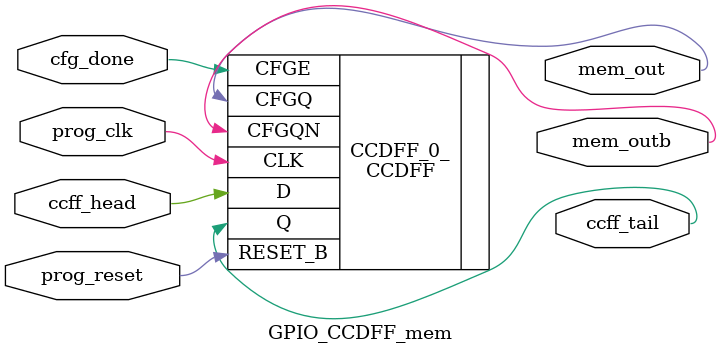
<source format=v>
`timescale 1ns / 1ps


// ----- Verilog module for mux2_size8_mem -----
module mux2_size8_mem(cfg_done,
                      prog_reset,
                      prog_clk,
                      ccff_head,
                      ccff_tail,
                      mem_out,
                      mem_outb);
//----- GLOBAL PORTS -----
input [0:0] cfg_done;
//----- GLOBAL PORTS -----
input [0:0] prog_reset;
//----- GLOBAL PORTS -----
input [0:0] prog_clk;
//----- INPUT PORTS -----
input [0:0] ccff_head;
//----- OUTPUT PORTS -----
output [0:0] ccff_tail;
//----- OUTPUT PORTS -----
output [0:3] mem_out;
//----- OUTPUT PORTS -----
output [0:3] mem_outb;

//----- BEGIN Registered ports -----
//----- END Registered ports -----



// ----- BEGIN Local short connections -----
// ----- END Local short connections -----
// ----- BEGIN Local output short connections -----
// ----- END Local output short connections -----

	CCDFF CCDFF_0_ (
		.CFGE(cfg_done),
		.RESET_B(prog_reset),
		.CLK(prog_clk),
		.D(ccff_head),
		.Q(CCDFF_0_Q),
		.CFGQN(mem_outb[0]),
		.CFGQ(mem_out[0]));

	CCDFF CCDFF_1_ (
		.CFGE(cfg_done),
		.RESET_B(prog_reset),
		.CLK(prog_clk),
		.D(CCDFF_0_Q),
		.Q(CCDFF_1_Q),
		.CFGQN(mem_outb[1]),
		.CFGQ(mem_out[1]));

	CCDFF CCDFF_2_ (
		.CFGE(cfg_done),
		.RESET_B(prog_reset),
		.CLK(prog_clk),
		.D(CCDFF_1_Q),
		.Q(CCDFF_2_Q),
		.CFGQN(mem_outb[2]),
		.CFGQ(mem_out[2]));

	CCDFF CCDFF_3_ (
		.CFGE(cfg_done),
		.RESET_B(prog_reset),
		.CLK(prog_clk),
		.D(CCDFF_2_Q),
		.Q(ccff_tail),
		.CFGQN(mem_outb[3]),
		.CFGQ(mem_out[3]));

endmodule
// ----- END Verilog module for mux2_size8_mem -----

//----- Default net type -----
// `default_nettype none




//----- Default net type -----
// `default_nettype wire

// ----- Verilog module for mux2_size2_mem -----
module mux2_size2_mem(cfg_done,
                      prog_reset,
                      prog_clk,
                      ccff_head,
                      ccff_tail,
                      mem_out,
                      mem_outb);
//----- GLOBAL PORTS -----
input [0:0] cfg_done;
//----- GLOBAL PORTS -----
input [0:0] prog_reset;
//----- GLOBAL PORTS -----
input [0:0] prog_clk;
//----- INPUT PORTS -----
input [0:0] ccff_head;
//----- OUTPUT PORTS -----
output [0:0] ccff_tail;
//----- OUTPUT PORTS -----
output [0:1] mem_out;
//----- OUTPUT PORTS -----
output [0:1] mem_outb;

//----- BEGIN Registered ports -----
//----- END Registered ports -----



// ----- BEGIN Local short connections -----
// ----- END Local short connections -----
// ----- BEGIN Local output short connections -----
// ----- END Local output short connections -----

	CCDFF CCDFF_0_ (
		.CFGE(cfg_done),
		.RESET_B(prog_reset),
		.CLK(prog_clk),
		.D(ccff_head),
		.Q(CCDFF_0_Q),
		.CFGQN(mem_outb[0]),
		.CFGQ(mem_out[0]));

	CCDFF CCDFF_1_ (
		.CFGE(cfg_done),
		.RESET_B(prog_reset),
		.CLK(prog_clk),
		.D(CCDFF_0_Q),
		.Q(ccff_tail),
		.CFGQN(mem_outb[1]),
		.CFGQ(mem_out[1]));

endmodule
// ----- END Verilog module for mux2_size2_mem -----

//----- Default net type -----
// `default_nettype none




//----- Default net type -----
// `default_nettype wire

// ----- Verilog module for mux2_size9_mem -----
module mux2_size9_mem(cfg_done,
                      prog_reset,
                      prog_clk,
                      ccff_head,
                      ccff_tail,
                      mem_out,
                      mem_outb);
//----- GLOBAL PORTS -----
input [0:0] cfg_done;
//----- GLOBAL PORTS -----
input [0:0] prog_reset;
//----- GLOBAL PORTS -----
input [0:0] prog_clk;
//----- INPUT PORTS -----
input [0:0] ccff_head;
//----- OUTPUT PORTS -----
output [0:0] ccff_tail;
//----- OUTPUT PORTS -----
output [0:3] mem_out;
//----- OUTPUT PORTS -----
output [0:3] mem_outb;

//----- BEGIN Registered ports -----
//----- END Registered ports -----



// ----- BEGIN Local short connections -----
// ----- END Local short connections -----
// ----- BEGIN Local output short connections -----
// ----- END Local output short connections -----

	CCDFF CCDFF_0_ (
		.CFGE(cfg_done),
		.RESET_B(prog_reset),
		.CLK(prog_clk),
		.D(ccff_head),
		.Q(CCDFF_0_Q),
		.CFGQN(mem_outb[0]),
		.CFGQ(mem_out[0]));

	CCDFF CCDFF_1_ (
		.CFGE(cfg_done),
		.RESET_B(prog_reset),
		.CLK(prog_clk),
		.D(CCDFF_0_Q),
		.Q(CCDFF_1_Q),
		.CFGQN(mem_outb[1]),
		.CFGQ(mem_out[1]));

	CCDFF CCDFF_2_ (
		.CFGE(cfg_done),
		.RESET_B(prog_reset),
		.CLK(prog_clk),
		.D(CCDFF_1_Q),
		.Q(CCDFF_2_Q),
		.CFGQN(mem_outb[2]),
		.CFGQ(mem_out[2]));

	CCDFF CCDFF_3_ (
		.CFGE(cfg_done),
		.RESET_B(prog_reset),
		.CLK(prog_clk),
		.D(CCDFF_2_Q),
		.Q(ccff_tail),
		.CFGQN(mem_outb[3]),
		.CFGQ(mem_out[3]));

endmodule
// ----- END Verilog module for mux2_size9_mem -----

//----- Default net type -----
// `default_nettype none




//----- Default net type -----
// `default_nettype wire

// ----- Verilog module for mux2_size12_mem -----
module mux2_size12_mem(cfg_done,
                       prog_reset,
                       prog_clk,
                       ccff_head,
                       ccff_tail,
                       mem_out,
                       mem_outb);
//----- GLOBAL PORTS -----
input [0:0] cfg_done;
//----- GLOBAL PORTS -----
input [0:0] prog_reset;
//----- GLOBAL PORTS -----
input [0:0] prog_clk;
//----- INPUT PORTS -----
input [0:0] ccff_head;
//----- OUTPUT PORTS -----
output [0:0] ccff_tail;
//----- OUTPUT PORTS -----
output [0:3] mem_out;
//----- OUTPUT PORTS -----
output [0:3] mem_outb;

//----- BEGIN Registered ports -----
//----- END Registered ports -----



// ----- BEGIN Local short connections -----
// ----- END Local short connections -----
// ----- BEGIN Local output short connections -----
// ----- END Local output short connections -----

	CCDFF CCDFF_0_ (
		.CFGE(cfg_done),
		.RESET_B(prog_reset),
		.CLK(prog_clk),
		.D(ccff_head),
		.Q(CCDFF_0_Q),
		.CFGQN(mem_outb[0]),
		.CFGQ(mem_out[0]));

	CCDFF CCDFF_1_ (
		.CFGE(cfg_done),
		.RESET_B(prog_reset),
		.CLK(prog_clk),
		.D(CCDFF_0_Q),
		.Q(CCDFF_1_Q),
		.CFGQN(mem_outb[1]),
		.CFGQ(mem_out[1]));

	CCDFF CCDFF_2_ (
		.CFGE(cfg_done),
		.RESET_B(prog_reset),
		.CLK(prog_clk),
		.D(CCDFF_1_Q),
		.Q(CCDFF_2_Q),
		.CFGQN(mem_outb[2]),
		.CFGQ(mem_out[2]));

	CCDFF CCDFF_3_ (
		.CFGE(cfg_done),
		.RESET_B(prog_reset),
		.CLK(prog_clk),
		.D(CCDFF_2_Q),
		.Q(ccff_tail),
		.CFGQN(mem_outb[3]),
		.CFGQ(mem_out[3]));

endmodule
// ----- END Verilog module for mux2_size12_mem -----

//----- Default net type -----
// `default_nettype none




//----- Default net type -----
// `default_nettype wire

// ----- Verilog module for mux2_size3_mem -----
module mux2_size3_mem(cfg_done,
                      prog_reset,
                      prog_clk,
                      ccff_head,
                      ccff_tail,
                      mem_out,
                      mem_outb);
//----- GLOBAL PORTS -----
input [0:0] cfg_done;
//----- GLOBAL PORTS -----
input [0:0] prog_reset;
//----- GLOBAL PORTS -----
input [0:0] prog_clk;
//----- INPUT PORTS -----
input [0:0] ccff_head;
//----- OUTPUT PORTS -----
output [0:0] ccff_tail;
//----- OUTPUT PORTS -----
output [0:1] mem_out;
//----- OUTPUT PORTS -----
output [0:1] mem_outb;

//----- BEGIN Registered ports -----
//----- END Registered ports -----



// ----- BEGIN Local short connections -----
// ----- END Local short connections -----
// ----- BEGIN Local output short connections -----
// ----- END Local output short connections -----

	CCDFF CCDFF_0_ (
		.CFGE(cfg_done),
		.RESET_B(prog_reset),
		.CLK(prog_clk),
		.D(ccff_head),
		.Q(CCDFF_0_Q),
		.CFGQN(mem_outb[0]),
		.CFGQ(mem_out[0]));

	CCDFF CCDFF_1_ (
		.CFGE(cfg_done),
		.RESET_B(prog_reset),
		.CLK(prog_clk),
		.D(CCDFF_0_Q),
		.Q(ccff_tail),
		.CFGQN(mem_outb[1]),
		.CFGQ(mem_out[1]));

endmodule
// ----- END Verilog module for mux2_size3_mem -----

//----- Default net type -----
// `default_nettype none




//----- Default net type -----
// `default_nettype wire

// ----- Verilog module for mux2_size4_mem -----
module mux2_size4_mem(cfg_done,
                      prog_reset,
                      prog_clk,
                      ccff_head,
                      ccff_tail,
                      mem_out,
                      mem_outb);
//----- GLOBAL PORTS -----
input [0:0] cfg_done;
//----- GLOBAL PORTS -----
input [0:0] prog_reset;
//----- GLOBAL PORTS -----
input [0:0] prog_clk;
//----- INPUT PORTS -----
input [0:0] ccff_head;
//----- OUTPUT PORTS -----
output [0:0] ccff_tail;
//----- OUTPUT PORTS -----
output [0:2] mem_out;
//----- OUTPUT PORTS -----
output [0:2] mem_outb;

//----- BEGIN Registered ports -----
//----- END Registered ports -----



// ----- BEGIN Local short connections -----
// ----- END Local short connections -----
// ----- BEGIN Local output short connections -----
// ----- END Local output short connections -----

	CCDFF CCDFF_0_ (
		.CFGE(cfg_done),
		.RESET_B(prog_reset),
		.CLK(prog_clk),
		.D(ccff_head),
		.Q(CCDFF_0_Q),
		.CFGQN(mem_outb[0]),
		.CFGQ(mem_out[0]));

	CCDFF CCDFF_1_ (
		.CFGE(cfg_done),
		.RESET_B(prog_reset),
		.CLK(prog_clk),
		.D(CCDFF_0_Q),
		.Q(CCDFF_1_Q),
		.CFGQN(mem_outb[1]),
		.CFGQ(mem_out[1]));

	CCDFF CCDFF_2_ (
		.CFGE(cfg_done),
		.RESET_B(prog_reset),
		.CLK(prog_clk),
		.D(CCDFF_1_Q),
		.Q(ccff_tail),
		.CFGQN(mem_outb[2]),
		.CFGQ(mem_out[2]));

endmodule
// ----- END Verilog module for mux2_size4_mem -----

//----- Default net type -----
// `default_nettype none




//----- Default net type -----
// `default_nettype wire

// ----- Verilog module for mux2_size10_mem -----
module mux2_size10_mem(cfg_done,
                       prog_reset,
                       prog_clk,
                       ccff_head,
                       ccff_tail,
                       mem_out,
                       mem_outb);
//----- GLOBAL PORTS -----
input [0:0] cfg_done;
//----- GLOBAL PORTS -----
input [0:0] prog_reset;
//----- GLOBAL PORTS -----
input [0:0] prog_clk;
//----- INPUT PORTS -----
input [0:0] ccff_head;
//----- OUTPUT PORTS -----
output [0:0] ccff_tail;
//----- OUTPUT PORTS -----
output [0:3] mem_out;
//----- OUTPUT PORTS -----
output [0:3] mem_outb;

//----- BEGIN Registered ports -----
//----- END Registered ports -----



// ----- BEGIN Local short connections -----
// ----- END Local short connections -----
// ----- BEGIN Local output short connections -----
// ----- END Local output short connections -----

	CCDFF CCDFF_0_ (
		.CFGE(cfg_done),
		.RESET_B(prog_reset),
		.CLK(prog_clk),
		.D(ccff_head),
		.Q(CCDFF_0_Q),
		.CFGQN(mem_outb[0]),
		.CFGQ(mem_out[0]));

	CCDFF CCDFF_1_ (
		.CFGE(cfg_done),
		.RESET_B(prog_reset),
		.CLK(prog_clk),
		.D(CCDFF_0_Q),
		.Q(CCDFF_1_Q),
		.CFGQN(mem_outb[1]),
		.CFGQ(mem_out[1]));

	CCDFF CCDFF_2_ (
		.CFGE(cfg_done),
		.RESET_B(prog_reset),
		.CLK(prog_clk),
		.D(CCDFF_1_Q),
		.Q(CCDFF_2_Q),
		.CFGQN(mem_outb[2]),
		.CFGQ(mem_out[2]));

	CCDFF CCDFF_3_ (
		.CFGE(cfg_done),
		.RESET_B(prog_reset),
		.CLK(prog_clk),
		.D(CCDFF_2_Q),
		.Q(ccff_tail),
		.CFGQN(mem_outb[3]),
		.CFGQ(mem_out[3]));

endmodule
// ----- END Verilog module for mux2_size10_mem -----

//----- Default net type -----
// `default_nettype none




//----- Default net type -----
// `default_nettype wire

// ----- Verilog module for mux2_size5_mem -----
module mux2_size5_mem(cfg_done,
                      prog_reset,
                      prog_clk,
                      ccff_head,
                      ccff_tail,
                      mem_out,
                      mem_outb);
//----- GLOBAL PORTS -----
input [0:0] cfg_done;
//----- GLOBAL PORTS -----
input [0:0] prog_reset;
//----- GLOBAL PORTS -----
input [0:0] prog_clk;
//----- INPUT PORTS -----
input [0:0] ccff_head;
//----- OUTPUT PORTS -----
output [0:0] ccff_tail;
//----- OUTPUT PORTS -----
output [0:2] mem_out;
//----- OUTPUT PORTS -----
output [0:2] mem_outb;

//----- BEGIN Registered ports -----
//----- END Registered ports -----



// ----- BEGIN Local short connections -----
// ----- END Local short connections -----
// ----- BEGIN Local output short connections -----
// ----- END Local output short connections -----

	CCDFF CCDFF_0_ (
		.CFGE(cfg_done),
		.RESET_B(prog_reset),
		.CLK(prog_clk),
		.D(ccff_head),
		.Q(CCDFF_0_Q),
		.CFGQN(mem_outb[0]),
		.CFGQ(mem_out[0]));

	CCDFF CCDFF_1_ (
		.CFGE(cfg_done),
		.RESET_B(prog_reset),
		.CLK(prog_clk),
		.D(CCDFF_0_Q),
		.Q(CCDFF_1_Q),
		.CFGQN(mem_outb[1]),
		.CFGQ(mem_out[1]));

	CCDFF CCDFF_2_ (
		.CFGE(cfg_done),
		.RESET_B(prog_reset),
		.CLK(prog_clk),
		.D(CCDFF_1_Q),
		.Q(ccff_tail),
		.CFGQN(mem_outb[2]),
		.CFGQ(mem_out[2]));

endmodule
// ----- END Verilog module for mux2_size5_mem -----

//----- Default net type -----
// `default_nettype none




//----- Default net type -----
// `default_nettype wire

// ----- Verilog module for mux2_size50_mem -----
module mux2_size50_mem(cfg_done,
                       prog_reset,
                       prog_clk,
                       ccff_head,
                       ccff_tail,
                       mem_out,
                       mem_outb);
//----- GLOBAL PORTS -----
input [0:0] cfg_done;
//----- GLOBAL PORTS -----
input [0:0] prog_reset;
//----- GLOBAL PORTS -----
input [0:0] prog_clk;
//----- INPUT PORTS -----
input [0:0] ccff_head;
//----- OUTPUT PORTS -----
output [0:0] ccff_tail;
//----- OUTPUT PORTS -----
output [0:5] mem_out;
//----- OUTPUT PORTS -----
output [0:5] mem_outb;

//----- BEGIN Registered ports -----
//----- END Registered ports -----



// ----- BEGIN Local short connections -----
// ----- END Local short connections -----
// ----- BEGIN Local output short connections -----
// ----- END Local output short connections -----

	CCDFF CCDFF_0_ (
		.CFGE(cfg_done),
		.RESET_B(prog_reset),
		.CLK(prog_clk),
		.D(ccff_head),
		.Q(CCDFF_0_Q),
		.CFGQN(mem_outb[0]),
		.CFGQ(mem_out[0]));

	CCDFF CCDFF_1_ (
		.CFGE(cfg_done),
		.RESET_B(prog_reset),
		.CLK(prog_clk),
		.D(CCDFF_0_Q),
		.Q(CCDFF_1_Q),
		.CFGQN(mem_outb[1]),
		.CFGQ(mem_out[1]));

	CCDFF CCDFF_2_ (
		.CFGE(cfg_done),
		.RESET_B(prog_reset),
		.CLK(prog_clk),
		.D(CCDFF_1_Q),
		.Q(CCDFF_2_Q),
		.CFGQN(mem_outb[2]),
		.CFGQ(mem_out[2]));

	CCDFF CCDFF_3_ (
		.CFGE(cfg_done),
		.RESET_B(prog_reset),
		.CLK(prog_clk),
		.D(CCDFF_2_Q),
		.Q(CCDFF_3_Q),
		.CFGQN(mem_outb[3]),
		.CFGQ(mem_out[3]));

	CCDFF CCDFF_4_ (
		.CFGE(cfg_done),
		.RESET_B(prog_reset),
		.CLK(prog_clk),
		.D(CCDFF_3_Q),
		.Q(CCDFF_4_Q),
		.CFGQN(mem_outb[4]),
		.CFGQ(mem_out[4]));

	CCDFF CCDFF_5_ (
		.CFGE(cfg_done),
		.RESET_B(prog_reset),
		.CLK(prog_clk),
		.D(CCDFF_4_Q),
		.Q(ccff_tail),
		.CFGQN(mem_outb[5]),
		.CFGQ(mem_out[5]));

endmodule
// ----- END Verilog module for mux2_size50_mem -----

//----- Default net type -----
// `default_nettype none




//----- Default net type -----
// `default_nettype wire

// ----- Verilog module for lut6_CCDFF_mem -----
module lut6_CCDFF_mem(cfg_done,
                      prog_reset,
                      prog_clk,
                      ccff_head,
                      ccff_tail,
                      mem_out,
                      mem_outb);
//----- GLOBAL PORTS -----
input [0:0] cfg_done;
//----- GLOBAL PORTS -----
input [0:0] prog_reset;
//----- GLOBAL PORTS -----
input [0:0] prog_clk;
//----- INPUT PORTS -----
input [0:0] ccff_head;
//----- OUTPUT PORTS -----
output [0:0] ccff_tail;
//----- OUTPUT PORTS -----
output [0:63] mem_out;
//----- OUTPUT PORTS -----
output [0:63] mem_outb;

//----- BEGIN Registered ports -----
//----- END Registered ports -----



// ----- BEGIN Local short connections -----
// ----- END Local short connections -----
// ----- BEGIN Local output short connections -----
// ----- END Local output short connections -----

	CCDFF CCDFF_0_ (
		.CFGE(cfg_done),
		.RESET_B(prog_reset),
		.CLK(prog_clk),
		.D(ccff_head),
		.Q(CCDFF_0_Q),
		.CFGQN(mem_outb[0]),
		.CFGQ(mem_out[0]));

	CCDFF CCDFF_1_ (
		.CFGE(cfg_done),
		.RESET_B(prog_reset),
		.CLK(prog_clk),
		.D(CCDFF_0_Q),
		.Q(CCDFF_1_Q),
		.CFGQN(mem_outb[1]),
		.CFGQ(mem_out[1]));

	CCDFF CCDFF_2_ (
		.CFGE(cfg_done),
		.RESET_B(prog_reset),
		.CLK(prog_clk),
		.D(CCDFF_1_Q),
		.Q(CCDFF_2_Q),
		.CFGQN(mem_outb[2]),
		.CFGQ(mem_out[2]));

	CCDFF CCDFF_3_ (
		.CFGE(cfg_done),
		.RESET_B(prog_reset),
		.CLK(prog_clk),
		.D(CCDFF_2_Q),
		.Q(CCDFF_3_Q),
		.CFGQN(mem_outb[3]),
		.CFGQ(mem_out[3]));

	CCDFF CCDFF_4_ (
		.CFGE(cfg_done),
		.RESET_B(prog_reset),
		.CLK(prog_clk),
		.D(CCDFF_3_Q),
		.Q(CCDFF_4_Q),
		.CFGQN(mem_outb[4]),
		.CFGQ(mem_out[4]));

	CCDFF CCDFF_5_ (
		.CFGE(cfg_done),
		.RESET_B(prog_reset),
		.CLK(prog_clk),
		.D(CCDFF_4_Q),
		.Q(CCDFF_5_Q),
		.CFGQN(mem_outb[5]),
		.CFGQ(mem_out[5]));

	CCDFF CCDFF_6_ (
		.CFGE(cfg_done),
		.RESET_B(prog_reset),
		.CLK(prog_clk),
		.D(CCDFF_5_Q),
		.Q(CCDFF_6_Q),
		.CFGQN(mem_outb[6]),
		.CFGQ(mem_out[6]));

	CCDFF CCDFF_7_ (
		.CFGE(cfg_done),
		.RESET_B(prog_reset),
		.CLK(prog_clk),
		.D(CCDFF_6_Q),
		.Q(CCDFF_7_Q),
		.CFGQN(mem_outb[7]),
		.CFGQ(mem_out[7]));

	CCDFF CCDFF_8_ (
		.CFGE(cfg_done),
		.RESET_B(prog_reset),
		.CLK(prog_clk),
		.D(CCDFF_7_Q),
		.Q(CCDFF_8_Q),
		.CFGQN(mem_outb[8]),
		.CFGQ(mem_out[8]));

	CCDFF CCDFF_9_ (
		.CFGE(cfg_done),
		.RESET_B(prog_reset),
		.CLK(prog_clk),
		.D(CCDFF_8_Q),
		.Q(CCDFF_9_Q),
		.CFGQN(mem_outb[9]),
		.CFGQ(mem_out[9]));

	CCDFF CCDFF_10_ (
		.CFGE(cfg_done),
		.RESET_B(prog_reset),
		.CLK(prog_clk),
		.D(CCDFF_9_Q),
		.Q(CCDFF_10_Q),
		.CFGQN(mem_outb[10]),
		.CFGQ(mem_out[10]));

	CCDFF CCDFF_11_ (
		.CFGE(cfg_done),
		.RESET_B(prog_reset),
		.CLK(prog_clk),
		.D(CCDFF_10_Q),
		.Q(CCDFF_11_Q),
		.CFGQN(mem_outb[11]),
		.CFGQ(mem_out[11]));

	CCDFF CCDFF_12_ (
		.CFGE(cfg_done),
		.RESET_B(prog_reset),
		.CLK(prog_clk),
		.D(CCDFF_11_Q),
		.Q(CCDFF_12_Q),
		.CFGQN(mem_outb[12]),
		.CFGQ(mem_out[12]));

	CCDFF CCDFF_13_ (
		.CFGE(cfg_done),
		.RESET_B(prog_reset),
		.CLK(prog_clk),
		.D(CCDFF_12_Q),
		.Q(CCDFF_13_Q),
		.CFGQN(mem_outb[13]),
		.CFGQ(mem_out[13]));

	CCDFF CCDFF_14_ (
		.CFGE(cfg_done),
		.RESET_B(prog_reset),
		.CLK(prog_clk),
		.D(CCDFF_13_Q),
		.Q(CCDFF_14_Q),
		.CFGQN(mem_outb[14]),
		.CFGQ(mem_out[14]));

	CCDFF CCDFF_15_ (
		.CFGE(cfg_done),
		.RESET_B(prog_reset),
		.CLK(prog_clk),
		.D(CCDFF_14_Q),
		.Q(CCDFF_15_Q),
		.CFGQN(mem_outb[15]),
		.CFGQ(mem_out[15]));

	CCDFF CCDFF_16_ (
		.CFGE(cfg_done),
		.RESET_B(prog_reset),
		.CLK(prog_clk),
		.D(CCDFF_15_Q),
		.Q(CCDFF_16_Q),
		.CFGQN(mem_outb[16]),
		.CFGQ(mem_out[16]));

	CCDFF CCDFF_17_ (
		.CFGE(cfg_done),
		.RESET_B(prog_reset),
		.CLK(prog_clk),
		.D(CCDFF_16_Q),
		.Q(CCDFF_17_Q),
		.CFGQN(mem_outb[17]),
		.CFGQ(mem_out[17]));

	CCDFF CCDFF_18_ (
		.CFGE(cfg_done),
		.RESET_B(prog_reset),
		.CLK(prog_clk),
		.D(CCDFF_17_Q),
		.Q(CCDFF_18_Q),
		.CFGQN(mem_outb[18]),
		.CFGQ(mem_out[18]));

	CCDFF CCDFF_19_ (
		.CFGE(cfg_done),
		.RESET_B(prog_reset),
		.CLK(prog_clk),
		.D(CCDFF_18_Q),
		.Q(CCDFF_19_Q),
		.CFGQN(mem_outb[19]),
		.CFGQ(mem_out[19]));

	CCDFF CCDFF_20_ (
		.CFGE(cfg_done),
		.RESET_B(prog_reset),
		.CLK(prog_clk),
		.D(CCDFF_19_Q),
		.Q(CCDFF_20_Q),
		.CFGQN(mem_outb[20]),
		.CFGQ(mem_out[20]));

	CCDFF CCDFF_21_ (
		.CFGE(cfg_done),
		.RESET_B(prog_reset),
		.CLK(prog_clk),
		.D(CCDFF_20_Q),
		.Q(CCDFF_21_Q),
		.CFGQN(mem_outb[21]),
		.CFGQ(mem_out[21]));

	CCDFF CCDFF_22_ (
		.CFGE(cfg_done),
		.RESET_B(prog_reset),
		.CLK(prog_clk),
		.D(CCDFF_21_Q),
		.Q(CCDFF_22_Q),
		.CFGQN(mem_outb[22]),
		.CFGQ(mem_out[22]));

	CCDFF CCDFF_23_ (
		.CFGE(cfg_done),
		.RESET_B(prog_reset),
		.CLK(prog_clk),
		.D(CCDFF_22_Q),
		.Q(CCDFF_23_Q),
		.CFGQN(mem_outb[23]),
		.CFGQ(mem_out[23]));

	CCDFF CCDFF_24_ (
		.CFGE(cfg_done),
		.RESET_B(prog_reset),
		.CLK(prog_clk),
		.D(CCDFF_23_Q),
		.Q(CCDFF_24_Q),
		.CFGQN(mem_outb[24]),
		.CFGQ(mem_out[24]));

	CCDFF CCDFF_25_ (
		.CFGE(cfg_done),
		.RESET_B(prog_reset),
		.CLK(prog_clk),
		.D(CCDFF_24_Q),
		.Q(CCDFF_25_Q),
		.CFGQN(mem_outb[25]),
		.CFGQ(mem_out[25]));

	CCDFF CCDFF_26_ (
		.CFGE(cfg_done),
		.RESET_B(prog_reset),
		.CLK(prog_clk),
		.D(CCDFF_25_Q),
		.Q(CCDFF_26_Q),
		.CFGQN(mem_outb[26]),
		.CFGQ(mem_out[26]));

	CCDFF CCDFF_27_ (
		.CFGE(cfg_done),
		.RESET_B(prog_reset),
		.CLK(prog_clk),
		.D(CCDFF_26_Q),
		.Q(CCDFF_27_Q),
		.CFGQN(mem_outb[27]),
		.CFGQ(mem_out[27]));

	CCDFF CCDFF_28_ (
		.CFGE(cfg_done),
		.RESET_B(prog_reset),
		.CLK(prog_clk),
		.D(CCDFF_27_Q),
		.Q(CCDFF_28_Q),
		.CFGQN(mem_outb[28]),
		.CFGQ(mem_out[28]));

	CCDFF CCDFF_29_ (
		.CFGE(cfg_done),
		.RESET_B(prog_reset),
		.CLK(prog_clk),
		.D(CCDFF_28_Q),
		.Q(CCDFF_29_Q),
		.CFGQN(mem_outb[29]),
		.CFGQ(mem_out[29]));

	CCDFF CCDFF_30_ (
		.CFGE(cfg_done),
		.RESET_B(prog_reset),
		.CLK(prog_clk),
		.D(CCDFF_29_Q),
		.Q(CCDFF_30_Q),
		.CFGQN(mem_outb[30]),
		.CFGQ(mem_out[30]));

	CCDFF CCDFF_31_ (
		.CFGE(cfg_done),
		.RESET_B(prog_reset),
		.CLK(prog_clk),
		.D(CCDFF_30_Q),
		.Q(CCDFF_31_Q),
		.CFGQN(mem_outb[31]),
		.CFGQ(mem_out[31]));

	CCDFF CCDFF_32_ (
		.CFGE(cfg_done),
		.RESET_B(prog_reset),
		.CLK(prog_clk),
		.D(CCDFF_31_Q),
		.Q(CCDFF_32_Q),
		.CFGQN(mem_outb[32]),
		.CFGQ(mem_out[32]));

	CCDFF CCDFF_33_ (
		.CFGE(cfg_done),
		.RESET_B(prog_reset),
		.CLK(prog_clk),
		.D(CCDFF_32_Q),
		.Q(CCDFF_33_Q),
		.CFGQN(mem_outb[33]),
		.CFGQ(mem_out[33]));

	CCDFF CCDFF_34_ (
		.CFGE(cfg_done),
		.RESET_B(prog_reset),
		.CLK(prog_clk),
		.D(CCDFF_33_Q),
		.Q(CCDFF_34_Q),
		.CFGQN(mem_outb[34]),
		.CFGQ(mem_out[34]));

	CCDFF CCDFF_35_ (
		.CFGE(cfg_done),
		.RESET_B(prog_reset),
		.CLK(prog_clk),
		.D(CCDFF_34_Q),
		.Q(CCDFF_35_Q),
		.CFGQN(mem_outb[35]),
		.CFGQ(mem_out[35]));

	CCDFF CCDFF_36_ (
		.CFGE(cfg_done),
		.RESET_B(prog_reset),
		.CLK(prog_clk),
		.D(CCDFF_35_Q),
		.Q(CCDFF_36_Q),
		.CFGQN(mem_outb[36]),
		.CFGQ(mem_out[36]));

	CCDFF CCDFF_37_ (
		.CFGE(cfg_done),
		.RESET_B(prog_reset),
		.CLK(prog_clk),
		.D(CCDFF_36_Q),
		.Q(CCDFF_37_Q),
		.CFGQN(mem_outb[37]),
		.CFGQ(mem_out[37]));

	CCDFF CCDFF_38_ (
		.CFGE(cfg_done),
		.RESET_B(prog_reset),
		.CLK(prog_clk),
		.D(CCDFF_37_Q),
		.Q(CCDFF_38_Q),
		.CFGQN(mem_outb[38]),
		.CFGQ(mem_out[38]));

	CCDFF CCDFF_39_ (
		.CFGE(cfg_done),
		.RESET_B(prog_reset),
		.CLK(prog_clk),
		.D(CCDFF_38_Q),
		.Q(CCDFF_39_Q),
		.CFGQN(mem_outb[39]),
		.CFGQ(mem_out[39]));

	CCDFF CCDFF_40_ (
		.CFGE(cfg_done),
		.RESET_B(prog_reset),
		.CLK(prog_clk),
		.D(CCDFF_39_Q),
		.Q(CCDFF_40_Q),
		.CFGQN(mem_outb[40]),
		.CFGQ(mem_out[40]));

	CCDFF CCDFF_41_ (
		.CFGE(cfg_done),
		.RESET_B(prog_reset),
		.CLK(prog_clk),
		.D(CCDFF_40_Q),
		.Q(CCDFF_41_Q),
		.CFGQN(mem_outb[41]),
		.CFGQ(mem_out[41]));

	CCDFF CCDFF_42_ (
		.CFGE(cfg_done),
		.RESET_B(prog_reset),
		.CLK(prog_clk),
		.D(CCDFF_41_Q),
		.Q(CCDFF_42_Q),
		.CFGQN(mem_outb[42]),
		.CFGQ(mem_out[42]));

	CCDFF CCDFF_43_ (
		.CFGE(cfg_done),
		.RESET_B(prog_reset),
		.CLK(prog_clk),
		.D(CCDFF_42_Q),
		.Q(CCDFF_43_Q),
		.CFGQN(mem_outb[43]),
		.CFGQ(mem_out[43]));

	CCDFF CCDFF_44_ (
		.CFGE(cfg_done),
		.RESET_B(prog_reset),
		.CLK(prog_clk),
		.D(CCDFF_43_Q),
		.Q(CCDFF_44_Q),
		.CFGQN(mem_outb[44]),
		.CFGQ(mem_out[44]));

	CCDFF CCDFF_45_ (
		.CFGE(cfg_done),
		.RESET_B(prog_reset),
		.CLK(prog_clk),
		.D(CCDFF_44_Q),
		.Q(CCDFF_45_Q),
		.CFGQN(mem_outb[45]),
		.CFGQ(mem_out[45]));

	CCDFF CCDFF_46_ (
		.CFGE(cfg_done),
		.RESET_B(prog_reset),
		.CLK(prog_clk),
		.D(CCDFF_45_Q),
		.Q(CCDFF_46_Q),
		.CFGQN(mem_outb[46]),
		.CFGQ(mem_out[46]));

	CCDFF CCDFF_47_ (
		.CFGE(cfg_done),
		.RESET_B(prog_reset),
		.CLK(prog_clk),
		.D(CCDFF_46_Q),
		.Q(CCDFF_47_Q),
		.CFGQN(mem_outb[47]),
		.CFGQ(mem_out[47]));

	CCDFF CCDFF_48_ (
		.CFGE(cfg_done),
		.RESET_B(prog_reset),
		.CLK(prog_clk),
		.D(CCDFF_47_Q),
		.Q(CCDFF_48_Q),
		.CFGQN(mem_outb[48]),
		.CFGQ(mem_out[48]));

	CCDFF CCDFF_49_ (
		.CFGE(cfg_done),
		.RESET_B(prog_reset),
		.CLK(prog_clk),
		.D(CCDFF_48_Q),
		.Q(CCDFF_49_Q),
		.CFGQN(mem_outb[49]),
		.CFGQ(mem_out[49]));

	CCDFF CCDFF_50_ (
		.CFGE(cfg_done),
		.RESET_B(prog_reset),
		.CLK(prog_clk),
		.D(CCDFF_49_Q),
		.Q(CCDFF_50_Q),
		.CFGQN(mem_outb[50]),
		.CFGQ(mem_out[50]));

	CCDFF CCDFF_51_ (
		.CFGE(cfg_done),
		.RESET_B(prog_reset),
		.CLK(prog_clk),
		.D(CCDFF_50_Q),
		.Q(CCDFF_51_Q),
		.CFGQN(mem_outb[51]),
		.CFGQ(mem_out[51]));

	CCDFF CCDFF_52_ (
		.CFGE(cfg_done),
		.RESET_B(prog_reset),
		.CLK(prog_clk),
		.D(CCDFF_51_Q),
		.Q(CCDFF_52_Q),
		.CFGQN(mem_outb[52]),
		.CFGQ(mem_out[52]));

	CCDFF CCDFF_53_ (
		.CFGE(cfg_done),
		.RESET_B(prog_reset),
		.CLK(prog_clk),
		.D(CCDFF_52_Q),
		.Q(CCDFF_53_Q),
		.CFGQN(mem_outb[53]),
		.CFGQ(mem_out[53]));

	CCDFF CCDFF_54_ (
		.CFGE(cfg_done),
		.RESET_B(prog_reset),
		.CLK(prog_clk),
		.D(CCDFF_53_Q),
		.Q(CCDFF_54_Q),
		.CFGQN(mem_outb[54]),
		.CFGQ(mem_out[54]));

	CCDFF CCDFF_55_ (
		.CFGE(cfg_done),
		.RESET_B(prog_reset),
		.CLK(prog_clk),
		.D(CCDFF_54_Q),
		.Q(CCDFF_55_Q),
		.CFGQN(mem_outb[55]),
		.CFGQ(mem_out[55]));

	CCDFF CCDFF_56_ (
		.CFGE(cfg_done),
		.RESET_B(prog_reset),
		.CLK(prog_clk),
		.D(CCDFF_55_Q),
		.Q(CCDFF_56_Q),
		.CFGQN(mem_outb[56]),
		.CFGQ(mem_out[56]));

	CCDFF CCDFF_57_ (
		.CFGE(cfg_done),
		.RESET_B(prog_reset),
		.CLK(prog_clk),
		.D(CCDFF_56_Q),
		.Q(CCDFF_57_Q),
		.CFGQN(mem_outb[57]),
		.CFGQ(mem_out[57]));

	CCDFF CCDFF_58_ (
		.CFGE(cfg_done),
		.RESET_B(prog_reset),
		.CLK(prog_clk),
		.D(CCDFF_57_Q),
		.Q(CCDFF_58_Q),
		.CFGQN(mem_outb[58]),
		.CFGQ(mem_out[58]));

	CCDFF CCDFF_59_ (
		.CFGE(cfg_done),
		.RESET_B(prog_reset),
		.CLK(prog_clk),
		.D(CCDFF_58_Q),
		.Q(CCDFF_59_Q),
		.CFGQN(mem_outb[59]),
		.CFGQ(mem_out[59]));

	CCDFF CCDFF_60_ (
		.CFGE(cfg_done),
		.RESET_B(prog_reset),
		.CLK(prog_clk),
		.D(CCDFF_59_Q),
		.Q(CCDFF_60_Q),
		.CFGQN(mem_outb[60]),
		.CFGQ(mem_out[60]));

	CCDFF CCDFF_61_ (
		.CFGE(cfg_done),
		.RESET_B(prog_reset),
		.CLK(prog_clk),
		.D(CCDFF_60_Q),
		.Q(CCDFF_61_Q),
		.CFGQN(mem_outb[61]),
		.CFGQ(mem_out[61]));

	CCDFF CCDFF_62_ (
		.CFGE(cfg_done),
		.RESET_B(prog_reset),
		.CLK(prog_clk),
		.D(CCDFF_61_Q),
		.Q(CCDFF_62_Q),
		.CFGQN(mem_outb[62]),
		.CFGQ(mem_out[62]));

	CCDFF CCDFF_63_ (
		.CFGE(cfg_done),
		.RESET_B(prog_reset),
		.CLK(prog_clk),
		.D(CCDFF_62_Q),
		.Q(ccff_tail),
		.CFGQN(mem_outb[63]),
		.CFGQ(mem_out[63]));

endmodule
// ----- END Verilog module for lut6_CCDFF_mem -----

//----- Default net type -----
// `default_nettype none




//----- Default net type -----
// `default_nettype wire

// ----- Verilog module for GPIO_CCDFF_mem -----
module GPIO_CCDFF_mem(cfg_done,
                      prog_reset,
                      prog_clk,
                      ccff_head,
                      ccff_tail,
                      mem_out,
                      mem_outb);
//----- GLOBAL PORTS -----
input [0:0] cfg_done;
//----- GLOBAL PORTS -----
input [0:0] prog_reset;
//----- GLOBAL PORTS -----
input [0:0] prog_clk;
//----- INPUT PORTS -----
input [0:0] ccff_head;
//----- OUTPUT PORTS -----
output [0:0] ccff_tail;
//----- OUTPUT PORTS -----
output [0:0] mem_out;
//----- OUTPUT PORTS -----
output [0:0] mem_outb;

//----- BEGIN Registered ports -----
//----- END Registered ports -----



// ----- BEGIN Local short connections -----
// ----- END Local short connections -----
// ----- BEGIN Local output short connections -----
// ----- END Local output short connections -----

	CCDFF CCDFF_0_ (
		.CFGE(cfg_done),
		.RESET_B(prog_reset),
		.CLK(prog_clk),
		.D(ccff_head),
		.Q(ccff_tail),
		.CFGQN(mem_outb),
		.CFGQ(mem_out));

endmodule
// ----- END Verilog module for GPIO_CCDFF_mem -----

//----- Default net type -----
// `default_nettype none





</source>
